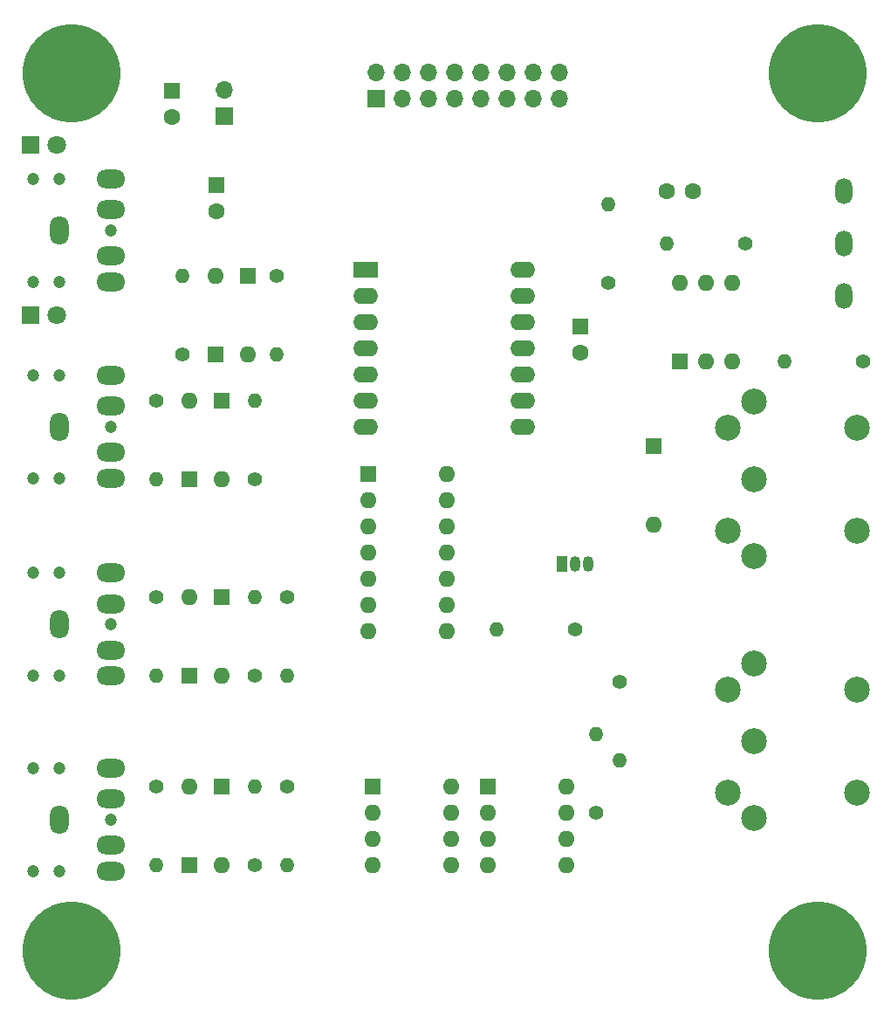
<source format=gbs>
%TF.GenerationSoftware,KiCad,Pcbnew,(6.0.1)*%
%TF.CreationDate,2022-09-22T15:31:26-04:00*%
%TF.ProjectId,SYNTH-MIDI-CV-01,53594e54-482d-44d4-9944-492d43562d30,1*%
%TF.SameCoordinates,Original*%
%TF.FileFunction,Soldermask,Bot*%
%TF.FilePolarity,Negative*%
%FSLAX46Y46*%
G04 Gerber Fmt 4.6, Leading zero omitted, Abs format (unit mm)*
G04 Created by KiCad (PCBNEW (6.0.1)) date 2022-09-22 15:31:26*
%MOMM*%
%LPD*%
G01*
G04 APERTURE LIST*
%ADD10R,1.800000X1.800000*%
%ADD11C,1.800000*%
%ADD12C,1.400000*%
%ADD13O,1.400000X1.400000*%
%ADD14R,1.600000X1.600000*%
%ADD15O,1.600000X1.600000*%
%ADD16R,1.050000X1.500000*%
%ADD17O,1.050000X1.500000*%
%ADD18C,2.500000*%
%ADD19C,1.200000*%
%ADD20O,2.800000X1.800000*%
%ADD21O,1.800000X2.800000*%
%ADD22C,1.600000*%
%ADD23C,9.525000*%
%ADD24O,1.651000X2.540000*%
%ADD25R,1.700000X1.700000*%
%ADD26O,1.700000X1.700000*%
%ADD27R,2.400000X1.600000*%
%ADD28O,2.400000X1.600000*%
G04 APERTURE END LIST*
D10*
%TO.C,DS1*%
X88133000Y-35560000D03*
D11*
X90673000Y-35560000D03*
%TD*%
D10*
%TO.C,DS2*%
X88133000Y-52070000D03*
D11*
X90673000Y-52070000D03*
%TD*%
D12*
%TO.C,R3*%
X112014000Y-48260000D03*
D13*
X112014000Y-55880000D03*
%TD*%
D12*
%TO.C,R5*%
X109855000Y-67945000D03*
D13*
X109855000Y-60325000D03*
%TD*%
D12*
%TO.C,R12*%
X145288000Y-87630000D03*
D13*
X145288000Y-95250000D03*
%TD*%
D14*
%TO.C,U4*%
X120870000Y-67450000D03*
D15*
X120870000Y-69990000D03*
X120870000Y-72530000D03*
X120870000Y-75070000D03*
X120870000Y-77610000D03*
X120870000Y-80150000D03*
X120870000Y-82690000D03*
X128490000Y-82690000D03*
X128490000Y-80150000D03*
X128490000Y-77610000D03*
X128490000Y-75070000D03*
X128490000Y-72530000D03*
X128490000Y-69990000D03*
X128490000Y-67450000D03*
%TD*%
D12*
%TO.C,R11*%
X140970000Y-82550000D03*
D13*
X133350000Y-82550000D03*
%TD*%
D12*
%TO.C,R13*%
X143002000Y-100330000D03*
D13*
X143002000Y-92710000D03*
%TD*%
D16*
%TO.C,Q1*%
X139700000Y-76200000D03*
D17*
X140970000Y-76200000D03*
X142240000Y-76200000D03*
%TD*%
D14*
%TO.C,U6*%
X132471000Y-97800000D03*
D15*
X132471000Y-100340000D03*
X132471000Y-102880000D03*
X132471000Y-105420000D03*
X140091000Y-105420000D03*
X140091000Y-102880000D03*
X140091000Y-100340000D03*
X140091000Y-97800000D03*
%TD*%
D12*
%TO.C,R14*%
X100330000Y-97790000D03*
D13*
X100330000Y-105410000D03*
%TD*%
D12*
%TO.C,R8*%
X100330000Y-79375000D03*
D13*
X100330000Y-86995000D03*
%TD*%
D18*
%TO.C,J6*%
X158290000Y-85845000D03*
X158290000Y-93345000D03*
X158290000Y-100845000D03*
X155790000Y-88345000D03*
X155790000Y-98345000D03*
X168290000Y-98345000D03*
X168290000Y-88345000D03*
%TD*%
%TO.C,J4*%
X158290000Y-60445000D03*
X158290000Y-67945000D03*
X158290000Y-75445000D03*
X155790000Y-62945000D03*
X155790000Y-72945000D03*
X168290000Y-72945000D03*
X168290000Y-62945000D03*
%TD*%
D13*
%TO.C,R7*%
X100330000Y-67945000D03*
D12*
X100330000Y-60325000D03*
%TD*%
D13*
%TO.C,R4*%
X102870000Y-48260000D03*
D12*
X102870000Y-55880000D03*
%TD*%
D13*
%TO.C,R1*%
X144145000Y-41275000D03*
D12*
X144145000Y-48895000D03*
%TD*%
D15*
%TO.C,D4*%
X106680000Y-67945000D03*
D14*
X106680000Y-60325000D03*
%TD*%
D15*
%TO.C,D3*%
X103505000Y-60325000D03*
D14*
X103505000Y-67945000D03*
%TD*%
D15*
%TO.C,D1*%
X106045000Y-48260000D03*
D14*
X106045000Y-55880000D03*
%TD*%
D15*
%TO.C,D2*%
X109220000Y-55880000D03*
D14*
X109220000Y-48260000D03*
%TD*%
D15*
%TO.C,D5*%
X148590000Y-72390000D03*
D14*
X148590000Y-64770000D03*
%TD*%
%TO.C,U3*%
X151145000Y-56505000D03*
D15*
X153685000Y-56505000D03*
X156225000Y-56505000D03*
X156225000Y-48885000D03*
X153685000Y-48885000D03*
X151145000Y-48885000D03*
%TD*%
D19*
%TO.C,J5*%
X88432000Y-77042000D03*
X88432000Y-87042000D03*
X90932000Y-77042000D03*
X95932000Y-82042000D03*
X90932000Y-87042000D03*
D20*
X95932000Y-77042000D03*
X95932000Y-80042000D03*
D21*
X90932000Y-82042000D03*
D20*
X95932000Y-87042000D03*
X95932000Y-84542000D03*
%TD*%
D14*
%TO.C,C3*%
X106172000Y-39434888D03*
D22*
X106172000Y-41934888D03*
%TD*%
%TO.C,C2*%
X141478000Y-55650888D03*
D14*
X141478000Y-53150888D03*
%TD*%
%TO.C,D9*%
X106680000Y-97790000D03*
D15*
X106680000Y-105410000D03*
%TD*%
D23*
%TO.C,MTG2*%
X92075000Y-113665000D03*
%TD*%
D24*
%TO.C,RV1*%
X167005000Y-40010000D03*
X167005000Y-45090000D03*
X167005000Y-50170000D03*
%TD*%
D23*
%TO.C,MTG3*%
X164465000Y-28575000D03*
%TD*%
D12*
%TO.C,R6*%
X168910000Y-56515000D03*
D13*
X161290000Y-56515000D03*
%TD*%
D12*
%TO.C,R15*%
X109855000Y-105410000D03*
D13*
X109855000Y-97790000D03*
%TD*%
D19*
%TO.C,J3*%
X88432000Y-67865000D03*
X95932000Y-62865000D03*
X88432000Y-57865000D03*
X90932000Y-57865000D03*
X90932000Y-67865000D03*
D20*
X95932000Y-57865000D03*
X95932000Y-60865000D03*
D21*
X90932000Y-62865000D03*
D20*
X95932000Y-67865000D03*
X95932000Y-65365000D03*
%TD*%
D14*
%TO.C,D6*%
X103505000Y-86995000D03*
D15*
X103505000Y-79375000D03*
%TD*%
D12*
%TO.C,R9*%
X109855000Y-86995000D03*
D13*
X109855000Y-79375000D03*
%TD*%
D14*
%TO.C,D8*%
X103505000Y-105410000D03*
D15*
X103505000Y-97790000D03*
%TD*%
D14*
%TO.C,U5*%
X121295000Y-97800000D03*
D15*
X121295000Y-100340000D03*
X121295000Y-102880000D03*
X121295000Y-105420000D03*
X128915000Y-105420000D03*
X128915000Y-102880000D03*
X128915000Y-100340000D03*
X128915000Y-97800000D03*
%TD*%
D12*
%TO.C,R10*%
X113030000Y-79375000D03*
D13*
X113030000Y-86995000D03*
%TD*%
D14*
%TO.C,D7*%
X106680000Y-79375000D03*
D15*
X106680000Y-86995000D03*
%TD*%
D25*
%TO.C,J1*%
X121666000Y-31050000D03*
D26*
X121666000Y-28510000D03*
X124206000Y-31050000D03*
X124206000Y-28510000D03*
X126746000Y-31050000D03*
X126746000Y-28510000D03*
X129286000Y-31050000D03*
X129286000Y-28510000D03*
X131826000Y-31050000D03*
X131826000Y-28510000D03*
X134366000Y-31050000D03*
X134366000Y-28510000D03*
X136906000Y-31050000D03*
X136906000Y-28510000D03*
X139446000Y-31050000D03*
X139446000Y-28510000D03*
%TD*%
D12*
%TO.C,R2*%
X157480000Y-45085000D03*
D13*
X149860000Y-45085000D03*
%TD*%
D27*
%TO.C,U2*%
X120650000Y-47625000D03*
D28*
X120650000Y-50165000D03*
X120650000Y-52705000D03*
X120650000Y-55245000D03*
X120650000Y-57785000D03*
X120650000Y-60325000D03*
X120650000Y-62865000D03*
X135890000Y-62865000D03*
X135890000Y-60325000D03*
X135890000Y-57785000D03*
X135890000Y-55245000D03*
X135890000Y-52705000D03*
X135890000Y-50165000D03*
X135890000Y-47625000D03*
%TD*%
D25*
%TO.C,H1*%
X106934000Y-32771000D03*
D26*
X106934000Y-30231000D03*
%TD*%
D23*
%TO.C,MTG4*%
X164465000Y-113665000D03*
%TD*%
%TO.C,MTG1*%
X92075000Y-28575000D03*
%TD*%
D12*
%TO.C,R16*%
X113030000Y-97790000D03*
D13*
X113030000Y-105410000D03*
%TD*%
D19*
%TO.C,J2*%
X88432000Y-38815000D03*
X90932000Y-38815000D03*
X95932000Y-43815000D03*
X90932000Y-48815000D03*
X88432000Y-48815000D03*
D20*
X95932000Y-38815000D03*
X95932000Y-41815000D03*
D21*
X90932000Y-43815000D03*
D20*
X95932000Y-48815000D03*
X95932000Y-46315000D03*
%TD*%
D14*
%TO.C,C1*%
X101854000Y-30290888D03*
D22*
X101854000Y-32790888D03*
%TD*%
D19*
%TO.C,J7*%
X90932000Y-95965000D03*
X88432000Y-95965000D03*
X90932000Y-105965000D03*
X95932000Y-100965000D03*
X88432000Y-105965000D03*
D20*
X95932000Y-95965000D03*
X95932000Y-98965000D03*
D21*
X90932000Y-100965000D03*
D20*
X95932000Y-105965000D03*
X95932000Y-103465000D03*
%TD*%
D22*
%TO.C,C4*%
X149880000Y-40005000D03*
X152380000Y-40005000D03*
%TD*%
M02*

</source>
